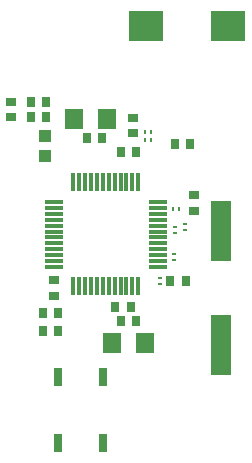
<source format=gtp>
G75*
%MOIN*%
%OFA0B0*%
%FSLAX24Y24*%
%IPPOS*%
%LPD*%
%AMOC8*
5,1,8,0,0,1.08239X$1,22.5*
%
%ADD10R,0.0591X0.0118*%
%ADD11R,0.0118X0.0591*%
%ADD12R,0.0169X0.0110*%
%ADD13R,0.0110X0.0169*%
%ADD14R,0.0354X0.0276*%
%ADD15R,0.0276X0.0354*%
%ADD16R,0.0300X0.0600*%
%ADD17R,0.0630X0.0709*%
%ADD18R,0.0394X0.0433*%
%ADD19R,0.0700X0.2000*%
%ADD20R,0.1181X0.0984*%
D10*
X004300Y009811D03*
X004300Y010007D03*
X004300Y010204D03*
X004300Y010401D03*
X004300Y010598D03*
X004300Y010795D03*
X004300Y010992D03*
X004300Y011189D03*
X004300Y011385D03*
X004300Y011582D03*
X004300Y011779D03*
X004300Y011976D03*
X007764Y011976D03*
X007764Y011779D03*
X007764Y011582D03*
X007764Y011385D03*
X007764Y011189D03*
X007764Y010992D03*
X007764Y010795D03*
X007764Y010598D03*
X007764Y010401D03*
X007764Y010204D03*
X007764Y010007D03*
X007764Y009811D03*
D11*
X007115Y009161D03*
X006918Y009161D03*
X006721Y009161D03*
X006524Y009161D03*
X006327Y009161D03*
X006130Y009161D03*
X005934Y009161D03*
X005737Y009161D03*
X005540Y009161D03*
X005343Y009161D03*
X005146Y009161D03*
X004949Y009161D03*
X004949Y012626D03*
X005146Y012626D03*
X005343Y012626D03*
X005540Y012626D03*
X005737Y012626D03*
X005934Y012626D03*
X006130Y012626D03*
X006327Y012626D03*
X006524Y012626D03*
X006721Y012626D03*
X006918Y012626D03*
X007115Y012626D03*
D12*
X008352Y011134D03*
X008352Y010933D03*
X008662Y011053D03*
X008662Y011254D03*
X008312Y010244D03*
X008312Y010043D03*
X007832Y009444D03*
X007832Y009243D03*
D13*
X008282Y011743D03*
X008482Y011743D03*
X007532Y014043D03*
X007532Y014293D03*
X007332Y014293D03*
X007332Y014043D03*
D14*
X006932Y014277D03*
X006932Y014789D03*
X008982Y012199D03*
X008982Y011687D03*
X004292Y009359D03*
X004292Y008847D03*
X002882Y014807D03*
X002882Y015319D03*
D15*
X003536Y015323D03*
X003536Y014803D03*
X004048Y014803D03*
X004048Y015323D03*
X005396Y014103D03*
X005908Y014103D03*
X006526Y013643D03*
X007038Y013643D03*
X008326Y013893D03*
X008838Y013893D03*
X008688Y009343D03*
X008176Y009343D03*
X007038Y008003D03*
X006858Y008463D03*
X006526Y008003D03*
X006346Y008463D03*
X004448Y008263D03*
X004448Y007683D03*
X003936Y007683D03*
X003936Y008263D03*
D16*
X004432Y003943D03*
X004432Y006143D03*
X005932Y006143D03*
X005932Y003943D03*
D17*
X006241Y007283D03*
X007343Y007283D03*
X006083Y014753D03*
X004981Y014753D03*
D18*
X003992Y014178D03*
X003992Y013509D03*
D19*
X009882Y010993D03*
X009882Y007193D03*
D20*
X010120Y017843D03*
X007364Y017843D03*
M02*

</source>
